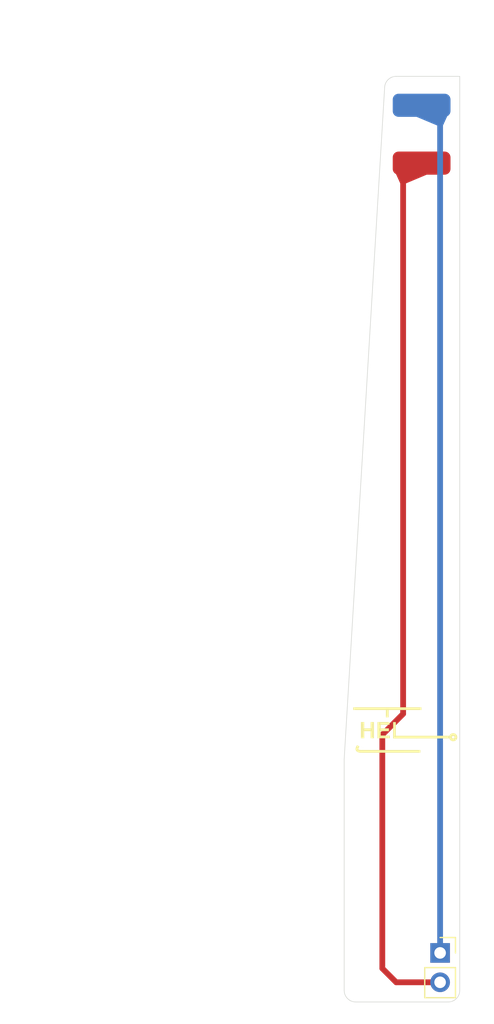
<source format=kicad_pcb>
(kicad_pcb (version 20240108) (generator "pcbnew") (generator_version "8.0")
  (layers (0 "F.Cu" signal) (31 "B.Cu" signal) (34 "B.Paste" user) (35 "F.Paste" user) (36 "B.SilkS" user "B.Silkscreen") (37 "F.SilkS" user "F.Silkscreen") (38 "B.Mask" user) (39 "F.Mask" user) (44 "Edge.Cuts" user))
  (net 0 "")
  (net 1 "Net-(J1-Pin_2)")
  (net 2 "GND")
  (footprint "Connector_PinSocket_2.54mm:PinSocket_1x02_P2.54mm_Vertical" (layer "F.Cu") (at 146.3 131.16)
    (property "Reference" "J1" (hide yes))
    (property "Value" "Conn_01x02")
    (fp_line (start -1.33 1.27) (end -1.33 3.87) (stroke (width 0.12)) (layer "F.SilkS"))
    (fp_line (start -1.33 1.27) (end 1.33 1.27) (stroke (width 0.12)) (layer "F.SilkS"))
    (fp_line (start -1.33 3.87) (end 1.33 3.87) (stroke (width 0.12)) (layer "F.SilkS"))
    (fp_line (start 0 -1.33) (end 1.33 -1.33) (stroke (width 0.12)) (layer "F.SilkS"))
    (fp_line (start 1.33 -1.33) (end 1.33 0) (stroke (width 0.12)) (layer "F.SilkS"))
    (fp_line (start 1.33 1.27) (end 1.33 3.87) (stroke (width 0.12)) (layer "F.SilkS"))
    (pad "1" thru_hole rect (at 0 0) (size 1.7 1.7) (drill 1) (layers "*.Cu" "*.Mask") (net 2 "GND"))
    (pad "2" thru_hole oval (at 0 2.54) (size 1.7 1.7) (drill 1) (layers "*.Cu" "*.Mask") (net 1 "Net-(J1-Pin_2)"))
  )
  (footprint "Erstellte_Footprints:DLR_HEL" (layer "F.Cu") (at 143.3 111.9)
    (property "Reference" "G***" (hide yes))
    (property "Value" "LOGO" (hide yes))
    (fp_poly (pts (xy -0.829267 -0.101194) (xy -0.829267 0.488718) (xy 1.472105 0.488718) (xy 3.77348 0.488718) (xy 3.771899 0.606993) (xy 3.770317 0.725268) (xy 1.350789 0.726736) (xy -1.068737 0.728203) (xy -1.068737 0.018545) (xy -1.068737 -0.69111) (xy -0.949001 -0.69111) (xy -0.829267 -0.69111)) (fill solid) (layer "F.SilkS"))
    (fp_poly (pts (xy -3.562736 -0.422436) (xy -3.562736 -0.14792) (xy -3.288221 -0.14792) (xy -3.013706 -0.14792) (xy -3.013706 -0.422436) (xy -3.013706 -0.696951) (xy -2.867686 -0.696951) (xy -2.721669 -0.696951) (xy -2.721669 0.006857) (xy -2.721669 0.710668) (xy -2.867686 0.710668) (xy -3.013706 0.710668) (xy -3.013706 0.404027) (xy -3.013706 0.097388) (xy -3.288221 0.097388) (xy -3.562736 0.097388) (xy -3.562736 0.404027) (xy -3.562736 0.710668) (xy -3.708754 0.710668) (xy -3.854773 0.710668) (xy -3.854773 0.006857) (xy -3.854773 -0.696951) (xy -3.708754 -0.696951) (xy -3.562736 -0.696951)) (fill solid) (layer "F.SilkS"))
    (fp_poly (pts (xy -1.378296 -0.577215) (xy -1.378296 -0.45748) (xy -1.757945 -0.45748) (xy -2.137593 -0.45748) (xy -2.137593 -0.3027) (xy -2.137593 -0.14792) (xy -1.784109 -0.14792) (xy -1.430626 -0.14792) (xy -1.432205 -0.026724) (xy -1.433785 0.094469) (xy -1.785689 0.095973) (xy -2.137593 0.09748) (xy -2.137593 0.284297) (xy -2.137593 0.471114) (xy -1.744804 0.472616) (xy -1.352014 0.474117) (xy -1.350432 0.592392) (xy -1.348851 0.710668) (xy -1.886321 0.710668) (xy -2.423791 0.710668) (xy -2.423791 0.006857) (xy -2.423791 -0.696951) (xy -1.901043 -0.696951) (xy -1.378296 -0.696951)) (fill solid) (layer "F.SilkS"))
    (fp_poly (pts (xy 1.384373 -1.850497) (xy 1.384373 -1.730763) (xy -0.031954 -1.730763) (xy -1.448285 -1.730763) (xy -1.449795 -1.413902) (xy -1.451306 -1.097041) (xy -1.568491 -1.095464) (xy -1.60437 -1.095175) (xy -1.636211 -1.095286) (xy -1.66219 -1.095765) (xy -1.680478 -1.096569) (xy -1.689252 -1.097665) (xy -1.689686 -1.097898) (xy -1.690444 -1.104335) (xy -1.691156 -1.12137) (xy -1.691807 -1.147919) (xy -1.692385 -1.182897) (xy -1.692873 -1.225219) (xy -1.693261 -1.273806) (xy -1.693534 -1.327569) (xy -1.693678 -1.385424) (xy -1.693697 -1.416335) (xy -1.693697 -1.730763) (xy -3.107157 -1.730763) (xy -4.520618 -1.730763) (xy -4.520618 -1.850497) (xy -4.520618 -1.970233) (xy -1.568121 -1.970233) (xy 1.384373 -1.970233)) (fill solid) (layer "F.SilkS"))
    (fp_poly (pts (xy 4.172725 0.264856) (xy 4.231332 0.276808) (xy 4.287672 0.298708) (xy 4.339976 0.329721) (xy 4.38647 0.369015) (xy 4.419333 0.407263) (xy 4.442454 0.44445) (xy 4.462116 0.487117) (xy 4.476515 0.530747) (xy 4.483593 0.568163) (xy 4.48729 0.604257) (xy 4.444205 0.609953) (xy 4.401118 0.615649) (xy 4.446384 0.616433) (xy 4.467707 0.617321) (xy 4.483624 0.618975) (xy 4.491327 0.621073) (xy 4.491642 0.621595) (xy 4.490685 0.628996) (xy 4.488142 0.64495) (xy 4.484487 0.666517) (xy 4.482932 0.675417) (xy 4.46641 0.737109) (xy 4.439982 0.793706) (xy 4.404615 0.844225) (xy 4.361277 0.887693) (xy 4.310936 0.923126) (xy 4.254554 0.949547) (xy 4.196692 0.96533) (xy 4.16775 0.969964) (xy 4.142692 0.971912) (xy 4.11646 0.971296) (xy 4.083997 0.968241) (xy 4.082797 0.968104) (xy 4.04539 0.960317) (xy 4.004314 0.945964) (xy 3.964045 0.926855) (xy 3.932829 0.907539) (xy 3.883345 0.86564) (xy 3.842921 0.817447) (xy 3.811992 0.764139) (xy 3.790995 0.706889) (xy 3.780363 0.646879) (xy 3.780448 0.615896) (xy 4.024389 0.615896) (xy 4.029416 0.652444) (xy 4.043846 0.683406) (xy 4.066714 0.707462) (xy 4.097052 0.723286) (xy 4.104533 0.725506) (xy 4.133376 0.730238) (xy 4.158936 0.727267) (xy 4.18575 0.715871) (xy 4.193701 0.711311) (xy 4.220084 0.689638) (xy 4.237362 0.663002) (xy 4.245847 0.633365) (xy 4.245845 0.602682) (xy 4.237664 0.572911) (xy 4.221615 0.546009) (xy 4.198006 0.523935) (xy 4.167143 0.508646) (xy 4.161486 0.506942) (xy 4.135004 0.504522) (xy 4.10552 0.509351) (xy 4.078153 0.52028) (xy 4.065992 0.528367) (xy 4.041711 0.55441) (xy 4.028035 0.585065) (xy 4.024389 0.615896) (xy 3.780448 0.615896) (xy 3.780532 0.585282) (xy 3.791387 0.525288) (xy 3.813184 0.466497) (xy 3.844537 0.413417) (xy 3.884371 0.366921) (xy 3.931612 0.327882) (xy 3.985182 0.297175) (xy 4.044004 0.27567) (xy 4.107005 0.264246) (xy 4.113628 0.263682)) (fill solid) (layer "F.SilkS"))
    (fp_poly (pts (xy -4.174228 1.297801) (xy -4.159888 1.30619) (xy -4.139694 1.318718) (xy -4.115449 1.334196) (xy -4.088955 1.351435) (xy -4.062013 1.369248) (xy -4.036426 1.386442) (xy -4.013997 1.401832) (xy -3.996527 1.414227) (xy -3.985819 1.422439) (xy -3.983306 1.425106) (xy -3.986355 1.43227) (xy -3.994215 1.445447) (xy -4.000776 1.455341) (xy -4.017931 1.482941) (xy -4.03498 1.515003) (xy -4.050544 1.548433) (xy -4.063239 1.580144) (xy -4.071685 1.607041) (xy -4.074123 1.619459) (xy -4.075904 1.63902) (xy -4.074551 1.651401) (xy -4.069237 1.66087) (xy -4.065178 1.665481) (xy -4.045573 1.680309) (xy -4.016348 1.694182) (xy -3.979564 1.706227) (xy -3.954057 1.712356) (xy -3.949723 1.713062) (xy -3.943418 1.713731) (xy -3.934824 1.714363) (xy -3.923629 1.714957) (xy -3.909518 1.715517) (xy -3.892176 1.716041) (xy -3.871287 1.716534) (xy -3.846538 1.716994) (xy -3.817612 1.717422) (xy -3.784199 1.717821) (xy -3.745979 1.718192) (xy -3.702642 1.718534) (xy -3.653869 1.718848) (xy -3.599349 1.719138) (xy -3.538765 1.719403) (xy -3.471804 1.719644) (xy -3.398149 1.719862) (xy -3.317488 1.720058) (xy -3.229506 1.720234) (xy -3.133885 1.720391) (xy -3.030314 1.720528) (xy -2.918478 1.720648) (xy -2.798061 1.720753) (xy -2.668748 1.720841) (xy -2.530226 1.720914) (xy -2.382179 1.720975) (xy -2.224293 1.721023) (xy -2.056254 1.721059) (xy -1.877745 1.721086) (xy -1.688453 1.721105) (xy -1.488064 1.721112) (xy -1.307705 1.721116) (xy 1.297003 1.721116) (xy 1.295423 1.83939) (xy 1.293842 1.957665) (xy -1.318429 1.959134) (xy -3.930702 1.9606) (xy -3.931358 1.924088) (xy -3.932013 1.887577) (xy -3.938658 1.917837) (xy -3.943136 1.93564) (xy -3.947403 1.948431) (xy -3.949422 1.952133) (xy -3.958887 1.954366) (xy -3.977049 1.952838) (xy -4.001771 1.948159) (xy -4.030915 1.94093) (xy -4.062342 1.931757) (xy -4.093916 1.921245) (xy -4.123497 1.910001) (xy -4.148949 1.898629) (xy -4.160841 1.89229) (xy -4.213529 1.856221) (xy -4.255595 1.815369) (xy -4.287007 1.769887) (xy -4.307731 1.719931) (xy -4.317734 1.665654) (xy -4.316978 1.607211) (xy -4.305434 1.544754) (xy -4.283066 1.47844) (xy -4.262041 1.431999) (xy -4.241871 1.392342) (xy -4.223393 1.3579) (xy -4.207285 1.329817) (xy -4.194225 1.309243) (xy -4.184891 1.297322) (xy -4.180911 1.294741)) (fill solid) (layer "F.SilkS"))
  )
  (footprint "TR:US_Solderpad_2" (layer "F.Cu") (at 144.7 60.4 90)
    (property "Reference" "LS1" (hide yes))
    (property "Value" "Speaker_Ultrasound_2")
    (pad "1" smd roundrect (at -2.5 0 90) (size 2 5) (layers "F.Cu" "F.Paste" "F.Mask") (net 1 "Net-(J1-Pin_2)"))
    (pad "2" smd roundrect (at 2.5 0 90) (size 2 5) (layers "B.Cu" "B.Paste" "B.Mask") (net 2 "GND"))
  )
  (gr_line (start 148 55.4) (end 148 134.4) (stroke (width 0.05)) (layer "Edge.Cuts"))
  (gr_line (start 148 55.4) (end 142.5 55.4) (stroke (width 0.05)) (layer "Edge.Cuts"))
  (gr_arc (start 148 134.4) (mid 147.707107 135.107107) (end 147 135.4) (stroke (width 0.05)) (layer "Edge.Cuts"))
  (gr_arc (start 141.504107 56.309464) (mid 141.825662 55.661577) (end 142.5 55.4) (stroke (width 0.05)) (layer "Edge.Cuts"))
  (gr_line (start 147 135.4) (end 139 135.4) (stroke (width 0.05)) (layer "Edge.Cuts"))
  (gr_line (start 138 114.4) (end 141.504107 56.309464) (stroke (width 0.05)) (layer "Edge.Cuts"))
  (gr_arc (start 139 135.4) (mid 138.292893 135.107107) (end 138 134.4) (stroke (width 0.05)) (layer "Edge.Cuts"))
  (gr_line (start 138 134.4) (end 138 114.4) (stroke (width 0.05)) (layer "Edge.Cuts"))
  (segment (start 141.3 132.5) (end 141.3 112.3) (width 0.5) (layer "F.Cu") (net 1))
  (segment (start 141.3 112.3) (end 143.1 110.5) (width 0.5) (layer "F.Cu") (net 1))
  (segment (start 142.5 133.7) (end 141.3 132.5) (width 0.5) (layer "F.Cu") (net 1))
  (segment (start 143.1 110.5) (end 143.1 64.5) (width 0.5) (layer "F.Cu") (net 1))
  (segment (start 143.1 64.5) (end 144.7 62.9) (width 0.2) (layer "F.Cu") (net 1))
  (segment (start 146.3 133.7) (end 142.5 133.7) (width 0.5) (layer "F.Cu") (net 1))
  (segment (start 146.3 131.16) (end 146.3 59.5) (width 0.5) (layer "B.Cu") (net 2))
  (segment (start 146.3 59.5) (end 144.7 57.9) (width 0.2) (layer "B.Cu") (net 2))
)
</source>
